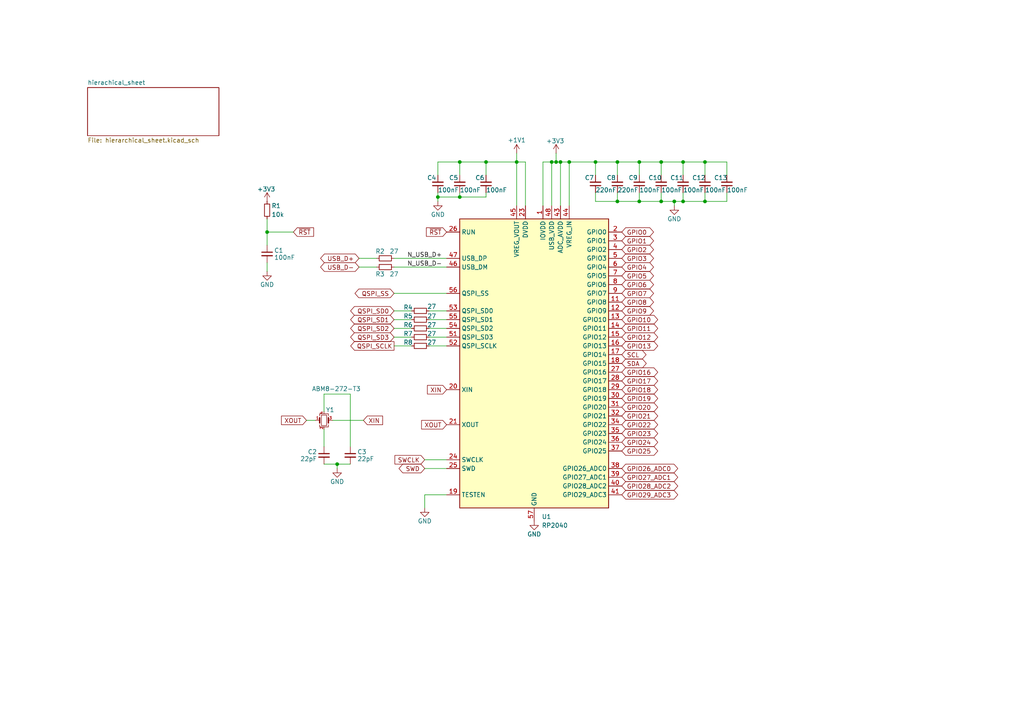
<source format=kicad_sch>
(kicad_sch (version 20231120) (generator "eeschema") (generator_version "8.0")
  (paper "A4")
  (title_block (title "RP2040 Development Board") (date "2024-11-20") (rev "1.0") (company "Pyae Sone Heine"))
  (lib_symbols
    (symbol "Device:C_Small" (pin_numbers hide) (pin_names (offset 0.254) hide)
      (property "Reference" "C" (at 0.254 1.778 0))
      (property "Value" "C_Small" (at 0.254 -2.032 0))
      (symbol "C_Small_0_1"
        (polyline (pts (xy -1.524 -0.508) (xy 1.524 -0.508)) (stroke (width 0.3302)))
        (polyline (pts (xy -1.524 0.508) (xy 1.524 0.508)) (stroke (width 0.3048)))
      )
      (symbol "C_Small_1_1"
        (pin passive line (at 0 2.54 270) (length 2.032) (name "~") (number "1"))
        (pin passive line (at 0 -2.54 90) (length 2.032) (name "~") (number "2"))
      )
    )
    (symbol "Device:Crystal_GND24_Small" (pin_names (offset 1.016) hide)
      (property "Reference" "Y" (at 1.27 4.445 0))
      (property "Value" "Crystal_GND24_Small" (at 1.27 2.54 0))
      (symbol "Crystal_GND24_Small_0_1"
        (rectangle (start -0.762 -1.524) (end 0.762 1.524))
        (polyline (pts (xy -1.27 -0.762) (xy -1.27 0.762)) (stroke (width 0.381)))
        (polyline (pts (xy 1.27 -0.762) (xy 1.27 0.762)) (stroke (width 0.381)))
        (polyline (pts (xy -1.27 -1.27) (xy -1.27 -1.905) (xy 1.27 -1.905) (xy 1.27 -1.27)))
        (polyline (pts (xy -1.27 1.27) (xy -1.27 1.905) (xy 1.27 1.905) (xy 1.27 1.27)))
      )
      (symbol "Crystal_GND24_Small_1_1"
        (pin passive line (at -2.54 0 0) (length 1.27) (name "1") (number "1"))
        (pin passive line (at 0 -2.54 90) (length 0.635) (name "2") (number "2"))
        (pin passive line (at 2.54 0 180) (length 1.27) (name "3") (number "3"))
        (pin passive line (at 0 2.54 270) (length 0.635) (name "4") (number "4"))
      )
    )
    (symbol "Device:R_Small" (pin_numbers hide) (pin_names (offset 0.254) hide)
      (property "Reference" "R" (at 0.762 0.508 0))
      (property "Value" "R_Small" (at 0.762 -1.016 0))
      (symbol "R_Small_0_1"
        (rectangle (start -0.762 1.778) (end 0.762 -1.778) (stroke (width 0.2032)))
      )
      (symbol "R_Small_1_1"
        (pin passive line (at 0 2.54 270) (length 0.762) (name "~") (number "1"))
        (pin passive line (at 0 -2.54 90) (length 0.762) (name "~") (number "2"))
      )
    )
    (symbol "MCU_RaspberryPi:RP2040"
      (property "Reference" "U" (at 17.78 45.72 0))
      (property "Value" "RP2040" (at 17.78 43.18 0))
      (symbol "RP2040_0_1"
        (rectangle (start -21.59 41.91) (end 21.59 -41.91) (stroke (width 0.254)) (fill (type background)))
      )
      (symbol "RP2040_1_1"
        (pin power_in line (at 2.54 45.72 270) (length 3.81) (name "IOVDD") (number "1"))
        (pin passive line (at 2.54 45.72 270) (length 3.81) hide (name "IOVDD") (number "10"))
        (pin bidirectional line (at 25.4 17.78 180) (length 3.81) (name "GPIO8") (number "11"))
        (pin bidirectional line (at 25.4 15.24 180) (length 3.81) (name "GPIO9") (number "12"))
        (pin bidirectional line (at 25.4 12.7 180) (length 3.81) (name "GPIO10") (number "13"))
        (pin bidirectional line (at 25.4 10.16 180) (length 3.81) (name "GPIO11") (number "14"))
        (pin bidirectional line (at 25.4 7.62 180) (length 3.81) (name "GPIO12") (number "15"))
        (pin bidirectional line (at 25.4 5.08 180) (length 3.81) (name "GPIO13") (number "16"))
        (pin bidirectional line (at 25.4 2.54 180) (length 3.81) (name "GPIO14") (number "17"))
        (pin bidirectional line (at 25.4 0 180) (length 3.81) (name "GPIO15") (number "18"))
        (pin input line (at -25.4 -38.1 0) (length 3.81) (name "TESTEN") (number "19"))
        (pin bidirectional line (at 25.4 38.1 180) (length 3.81) (name "GPIO0") (number "2"))
        (pin input line (at -25.4 -7.62 0) (length 3.81) (name "XIN") (number "20"))
        (pin passive line (at -25.4 -17.78 0) (length 3.81) (name "XOUT") (number "21"))
        (pin passive line (at 2.54 45.72 270) (length 3.81) hide (name "IOVDD") (number "22"))
        (pin power_in line (at -2.54 45.72 270) (length 3.81) (name "DVDD") (number "23"))
        (pin input line (at -25.4 -27.94 0) (length 3.81) (name "SWCLK") (number "24"))
        (pin bidirectional line (at -25.4 -30.48 0) (length 3.81) (name "SWD") (number "25"))
        (pin input line (at -25.4 38.1 0) (length 3.81) (name "RUN") (number "26"))
        (pin bidirectional line (at 25.4 -2.54 180) (length 3.81) (name "GPIO16") (number "27"))
        (pin bidirectional line (at 25.4 -5.08 180) (length 3.81) (name "GPIO17") (number "28"))
        (pin bidirectional line (at 25.4 -7.62 180) (length 3.81) (name "GPIO18") (number "29"))
        (pin bidirectional line (at 25.4 35.56 180) (length 3.81) (name "GPIO1") (number "3"))
        (pin bidirectional line (at 25.4 -10.16 180) (length 3.81) (name "GPIO19") (number "30"))
        (pin bidirectional line (at 25.4 -12.7 180) (length 3.81) (name "GPIO20") (number "31"))
        (pin bidirectional line (at 25.4 -15.24 180) (length 3.81) (name "GPIO21") (number "32"))
        (pin passive line (at 2.54 45.72 270) (length 3.81) hide (name "IOVDD") (number "33"))
        (pin bidirectional line (at 25.4 -17.78 180) (length 3.81) (name "GPIO22") (number "34"))
        (pin bidirectional line (at 25.4 -20.32 180) (length 3.81) (name "GPIO23") (number "35"))
        (pin bidirectional line (at 25.4 -22.86 180) (length 3.81) (name "GPIO24") (number "36"))
        (pin bidirectional line (at 25.4 -25.4 180) (length 3.81) (name "GPIO25") (number "37"))
        (pin bidirectional line (at 25.4 -30.48 180) (length 3.81) (name "GPIO26_ADC0") (number "38"))
        (pin bidirectional line (at 25.4 -33.02 180) (length 3.81) (name "GPIO27_ADC1") (number "39"))
        (pin bidirectional line (at 25.4 33.02 180) (length 3.81) (name "GPIO2") (number "4"))
        (pin bidirectional line (at 25.4 -35.56 180) (length 3.81) (name "GPIO28_ADC2") (number "40"))
        (pin bidirectional line (at 25.4 -38.1 180) (length 3.81) (name "GPIO29_ADC3") (number "41"))
        (pin passive line (at 2.54 45.72 270) (length 3.81) hide (name "IOVDD") (number "42"))
        (pin power_in line (at 7.62 45.72 270) (length 3.81) (name "ADC_AVDD") (number "43"))
        (pin power_in line (at 10.16 45.72 270) (length 3.81) (name "VREG_IN") (number "44"))
        (pin power_out line (at -5.08 45.72 270) (length 3.81) (name "VREG_VOUT") (number "45"))
        (pin bidirectional line (at -25.4 27.94 0) (length 3.81) (name "USB_DM") (number "46"))
        (pin bidirectional line (at -25.4 30.48 0) (length 3.81) (name "USB_DP") (number "47"))
        (pin power_in line (at 5.08 45.72 270) (length 3.81) (name "USB_VDD") (number "48"))
        (pin passive line (at 2.54 45.72 270) (length 3.81) hide (name "IOVDD") (number "49"))
        (pin bidirectional line (at 25.4 30.48 180) (length 3.81) (name "GPIO3") (number "5"))
        (pin passive line (at -2.54 45.72 270) (length 3.81) hide (name "DVDD") (number "50"))
        (pin bidirectional line (at -25.4 7.62 0) (length 3.81) (name "QSPI_SD3") (number "51"))
        (pin output line (at -25.4 5.08 0) (length 3.81) (name "QSPI_SCLK") (number "52"))
        (pin bidirectional line (at -25.4 15.24 0) (length 3.81) (name "QSPI_SD0") (number "53"))
        (pin bidirectional line (at -25.4 10.16 0) (length 3.81) (name "QSPI_SD2") (number "54"))
        (pin bidirectional line (at -25.4 12.7 0) (length 3.81) (name "QSPI_SD1") (number "55"))
        (pin bidirectional line (at -25.4 20.32 0) (length 3.81) (name "QSPI_SS") (number "56"))
        (pin power_in line (at 0 -45.72 90) (length 3.81) (name "GND") (number "57"))
        (pin bidirectional line (at 25.4 27.94 180) (length 3.81) (name "GPIO4") (number "6"))
        (pin bidirectional line (at 25.4 25.4 180) (length 3.81) (name "GPIO5") (number "7"))
        (pin bidirectional line (at 25.4 22.86 180) (length 3.81) (name "GPIO6") (number "8"))
        (pin bidirectional line (at 25.4 20.32 180) (length 3.81) (name "GPIO7") (number "9"))
      )
    )
    (symbol "power:+1V1" (power) (pin_numbers hide) (pin_names (offset 0) hide)
      (property "Value" "+1V1" (at 0 3.556 0))
      (symbol "+1V1_0_1"
        (polyline (pts (xy -0.762 1.27) (xy 0 2.54)))
        (polyline (pts (xy 0 0) (xy 0 2.54)))
        (polyline (pts (xy 0 2.54) (xy 0.762 1.27)))
      )
      (symbol "+1V1_1_1"
        (pin power_in line (at 0 0 90) (length 0) (name "~") (number "1"))
      )
    )
    (symbol "power:+3V3" (power) (pin_numbers hide) (pin_names (offset 0) hide)
      (property "Value" "+3V3" (at 0 3.556 0))
      (symbol "+3V3_0_1"
        (polyline (pts (xy -0.762 1.27) (xy 0 2.54)))
        (polyline (pts (xy 0 0) (xy 0 2.54)))
        (polyline (pts (xy 0 2.54) (xy 0.762 1.27)))
      )
      (symbol "+3V3_1_1"
        (pin power_in line (at 0 0 90) (length 0) (name "~") (number "1"))
      )
    )
    (symbol "power:GND" (power) (pin_numbers hide) (pin_names (offset 0) hide)
      (property "Value" "GND" (at 0 -3.81 0))
      (symbol "GND_0_1"
        (polyline (pts (xy 0 0) (xy 0 -1.27) (xy 1.27 -1.27) (xy 0 -2.54) (xy -1.27 -1.27) (xy 0 -1.27)))
      )
      (symbol "GND_1_1"
        (pin power_in line (at 0 0 270) (length 0) (name "~") (number "1"))
      )
    )
  )
  (junction (at 195.58 58.42))
  (junction (at 185.42 46.99))
  (junction (at 149.86 46.99))
  (junction (at 133.35 46.99))
  (junction (at 198.12 46.99))
  (junction (at 77.47 67.31))
  (junction (at 172.72 46.99))
  (junction (at 179.07 58.42))
  (junction (at 204.47 58.42))
  (junction (at 204.47 46.99))
  (junction (at 161.29 46.99))
  (junction (at 162.56 46.99))
  (junction (at 185.42 58.42))
  (junction (at 191.77 58.42))
  (junction (at 160.02 46.99))
  (junction (at 165.1 46.99))
  (junction (at 191.77 46.99))
  (junction (at 133.35 57.15))
  (junction (at 140.97 46.99))
  (junction (at 127 57.15))
  (junction (at 198.12 58.42))
  (junction (at 97.79 134.62))
  (junction (at 179.07 46.99))
  (wire (pts (xy 204.47 55.88) (xy 204.47 58.42)))
  (wire (pts (xy 101.6 114.3) (xy 101.6 129.54)))
  (wire (pts (xy 179.07 46.99) (xy 179.07 50.8)))
  (wire (pts (xy 160.02 46.99) (xy 161.29 46.99)))
  (wire (pts (xy 140.97 55.88) (xy 140.97 57.15)))
  (wire (pts (xy 140.97 46.99) (xy 140.97 50.8)))
  (wire (pts (xy 157.48 46.99) (xy 157.48 59.69)))
  (wire (pts (xy 210.82 55.88) (xy 210.82 58.42)))
  (wire (pts (xy 210.82 46.99) (xy 210.82 50.8)))
  (wire (pts (xy 127 58.42) (xy 127 57.15)))
  (wire (pts (xy 149.86 44.45) (xy 149.86 46.99)))
  (wire (pts (xy 191.77 46.99) (xy 198.12 46.99)))
  (wire (pts (xy 133.35 46.99) (xy 133.35 50.8)))
  (wire (pts (xy 88.9 121.92) (xy 91.44 121.92)))
  (wire (pts (xy 160.02 46.99) (xy 160.02 59.69)))
  (wire (pts (xy 123.19 133.35) (xy 129.54 133.35)))
  (wire (pts (xy 191.77 58.42) (xy 195.58 58.42)))
  (wire (pts (xy 140.97 46.99) (xy 149.86 46.99)))
  (wire (pts (xy 127 46.99) (xy 127 50.8)))
  (wire (pts (xy 172.72 46.99) (xy 172.72 50.8)))
  (wire (pts (xy 179.07 55.88) (xy 179.07 58.42)))
  (wire (pts (xy 162.56 46.99) (xy 162.56 59.69)))
  (wire (pts (xy 198.12 46.99) (xy 204.47 46.99)))
  (wire (pts (xy 114.3 85.09) (xy 129.54 85.09)))
  (wire (pts (xy 172.72 58.42) (xy 179.07 58.42)))
  (wire (pts (xy 114.3 95.25) (xy 119.38 95.25)))
  (wire (pts (xy 185.42 58.42) (xy 191.77 58.42)))
  (wire (pts (xy 114.3 77.47) (xy 129.54 77.47)))
  (wire (pts (xy 198.12 46.99) (xy 198.12 50.8)))
  (wire (pts (xy 204.47 46.99) (xy 210.82 46.99)))
  (wire (pts (xy 77.47 67.31) (xy 77.47 71.12)))
  (wire (pts (xy 77.47 67.31) (xy 85.09 67.31)))
  (wire (pts (xy 161.29 44.45) (xy 161.29 46.99)))
  (wire (pts (xy 123.19 143.51) (xy 123.19 147.32)))
  (wire (pts (xy 133.35 46.99) (xy 140.97 46.99)))
  (wire (pts (xy 157.48 46.99) (xy 160.02 46.99)))
  (wire (pts (xy 124.46 100.33) (xy 129.54 100.33)))
  (wire (pts (xy 114.3 100.33) (xy 119.38 100.33)))
  (wire (pts (xy 97.79 134.62) (xy 97.79 135.89)))
  (wire (pts (xy 149.86 46.99) (xy 152.4 46.99)))
  (wire (pts (xy 198.12 58.42) (xy 204.47 58.42)))
  (wire (pts (xy 93.98 114.3) (xy 101.6 114.3)))
  (wire (pts (xy 77.47 76.2) (xy 77.47 78.74)))
  (wire (pts (xy 114.3 74.93) (xy 129.54 74.93)))
  (wire (pts (xy 104.14 77.47) (xy 109.22 77.47)))
  (wire (pts (xy 129.54 143.51) (xy 123.19 143.51)))
  (wire (pts (xy 165.1 46.99) (xy 165.1 59.69)))
  (wire (pts (xy 133.35 55.88) (xy 133.35 57.15)))
  (wire (pts (xy 104.14 74.93) (xy 109.22 74.93)))
  (wire (pts (xy 198.12 55.88) (xy 198.12 58.42)))
  (wire (pts (xy 195.58 58.42) (xy 198.12 58.42)))
  (wire (pts (xy 133.35 57.15) (xy 127 57.15)))
  (wire (pts (xy 165.1 46.99) (xy 172.72 46.99)))
  (wire (pts (xy 93.98 114.3) (xy 93.98 119.38)))
  (wire (pts (xy 124.46 97.79) (xy 129.54 97.79)))
  (wire (pts (xy 172.72 46.99) (xy 179.07 46.99)))
  (wire (pts (xy 195.58 59.69) (xy 195.58 58.42)))
  (wire (pts (xy 77.47 63.5) (xy 77.47 67.31)))
  (wire (pts (xy 114.3 97.79) (xy 119.38 97.79)))
  (wire (pts (xy 179.07 46.99) (xy 185.42 46.99)))
  (wire (pts (xy 179.07 58.42) (xy 185.42 58.42)))
  (wire (pts (xy 191.77 46.99) (xy 191.77 50.8)))
  (wire (pts (xy 185.42 46.99) (xy 185.42 50.8)))
  (wire (pts (xy 161.29 46.99) (xy 162.56 46.99)))
  (wire (pts (xy 124.46 90.17) (xy 129.54 90.17)))
  (wire (pts (xy 204.47 46.99) (xy 204.47 50.8)))
  (wire (pts (xy 185.42 46.99) (xy 191.77 46.99)))
  (wire (pts (xy 114.3 90.17) (xy 119.38 90.17)))
  (wire (pts (xy 152.4 46.99) (xy 152.4 59.69)))
  (wire (pts (xy 204.47 58.42) (xy 210.82 58.42)))
  (wire (pts (xy 93.98 134.62) (xy 97.79 134.62)))
  (wire (pts (xy 114.3 92.71) (xy 119.38 92.71)))
  (wire (pts (xy 96.52 121.92) (xy 105.41 121.92)))
  (wire (pts (xy 149.86 46.99) (xy 149.86 59.69)))
  (wire (pts (xy 124.46 95.25) (xy 129.54 95.25)))
  (wire (pts (xy 133.35 46.99) (xy 127 46.99)))
  (wire (pts (xy 191.77 55.88) (xy 191.77 58.42)))
  (wire (pts (xy 93.98 124.46) (xy 93.98 129.54)))
  (wire (pts (xy 127 57.15) (xy 127 55.88)))
  (wire (pts (xy 162.56 46.99) (xy 165.1 46.99)))
  (wire (pts (xy 124.46 92.71) (xy 129.54 92.71)))
  (wire (pts (xy 101.6 134.62) (xy 97.79 134.62)))
  (wire (pts (xy 172.72 55.88) (xy 172.72 58.42)))
  (wire (pts (xy 123.19 135.89) (xy 129.54 135.89)))
  (wire (pts (xy 133.35 57.15) (xy 140.97 57.15)))
  (wire (pts (xy 185.42 55.88) (xy 185.42 58.42)))
  (label "N_USB_D-" (at 118.11 77.47 0))
  (label "N_USB_D+" (at 118.11 74.93 0))
  (global_label "GPIO29_ADC3" (shape bidirectional) (at 180.34 143.51 0) (property "Intersheetrefs" "${INTERSHEET_REFS}" (effects (hide yes))))
  (global_label "GPIO13" (shape bidirectional) (at 180.34 100.33 0) (property "Intersheetrefs" "${INTERSHEET_REFS}" (effects (hide yes))))
  (global_label "GPIO4" (shape bidirectional) (at 180.34 77.47 0) (property "Intersheetrefs" "${INTERSHEET_REFS}" (effects (hide yes))))
  (global_label "GPIO0" (shape bidirectional) (at 180.34 67.31 0) (property "Intersheetrefs" "${INTERSHEET_REFS}" (effects (hide yes))))
  (global_label "XIN" (shape input) (at 129.54 113.03 180) (property "Intersheetrefs" "${INTERSHEET_REFS}" (effects (hide yes))))
  (global_label "GPIO3" (shape bidirectional) (at 180.34 74.93 0) (property "Intersheetrefs" "${INTERSHEET_REFS}" (effects (hide yes))))
  (global_label "QSPI_SD1" (shape bidirectional) (at 114.3 92.71 180) (property "Intersheetrefs" "${INTERSHEET_REFS}" (effects (hide yes))))
  (global_label "GPIO17" (shape bidirectional) (at 180.34 110.49 0) (property "Intersheetrefs" "${INTERSHEET_REFS}" (effects (hide yes))))
  (global_label "GPIO7" (shape bidirectional) (at 180.34 85.09 0) (property "Intersheetrefs" "${INTERSHEET_REFS}" (effects (hide yes))))
  (global_label "GPIO22" (shape bidirectional) (at 180.34 123.19 0) (property "Intersheetrefs" "${INTERSHEET_REFS}" (effects (hide yes))))
  (global_label "QSPI_SD3" (shape bidirectional) (at 114.3 97.79 180) (property "Intersheetrefs" "${INTERSHEET_REFS}" (effects (hide yes))))
  (global_label "XOUT" (shape input) (at 88.9 121.92 180) (property "Intersheetrefs" "${INTERSHEET_REFS}" (effects (hide yes))))
  (global_label "GPIO16" (shape bidirectional) (at 180.34 107.95 0) (property "Intersheetrefs" "${INTERSHEET_REFS}" (effects (hide yes))))
  (global_label "GPIO25" (shape bidirectional) (at 180.34 130.81 0) (property "Intersheetrefs" "${INTERSHEET_REFS}" (effects (hide yes))))
  (global_label "GPIO28_ADC2" (shape bidirectional) (at 180.34 140.97 0) (property "Intersheetrefs" "${INTERSHEET_REFS}" (effects (hide yes))))
  (global_label "~{RST}" (shape input) (at 129.54 67.31 180) (property "Intersheetrefs" "${INTERSHEET_REFS}" (effects (hide yes))))
  (global_label "GPIO5" (shape bidirectional) (at 180.34 80.01 0) (property "Intersheetrefs" "${INTERSHEET_REFS}" (effects (hide yes))))
  (global_label "USB_D-" (shape bidirectional) (at 104.14 77.47 180) (property "Intersheetrefs" "${INTERSHEET_REFS}" (effects (hide yes))))
  (global_label "QSPI_SD2" (shape bidirectional) (at 114.3 95.25 180) (property "Intersheetrefs" "${INTERSHEET_REFS}" (effects (hide yes))))
  (global_label "GPIO9" (shape bidirectional) (at 180.34 90.17 0) (property "Intersheetrefs" "${INTERSHEET_REFS}" (effects (hide yes))))
  (global_label "GPIO21" (shape bidirectional) (at 180.34 120.65 0) (property "Intersheetrefs" "${INTERSHEET_REFS}" (effects (hide yes))))
  (global_label "QSPI_SS" (shape bidirectional) (at 114.3 85.09 180) (property "Intersheetrefs" "${INTERSHEET_REFS}" (effects (hide yes))))
  (global_label "SWD" (shape bidirectional) (at 123.19 135.89 180) (property "Intersheetrefs" "${INTERSHEET_REFS}" (effects (hide yes))))
  (global_label "GPIO11" (shape bidirectional) (at 180.34 95.25 0) (property "Intersheetrefs" "${INTERSHEET_REFS}" (effects (hide yes))))
  (global_label "GPIO6" (shape bidirectional) (at 180.34 82.55 0) (property "Intersheetrefs" "${INTERSHEET_REFS}" (effects (hide yes))))
  (global_label "~{RST}" (shape input) (at 85.09 67.31 0) (property "Intersheetrefs" "${INTERSHEET_REFS}" (effects (hide yes))))
  (global_label "GPIO1" (shape bidirectional) (at 180.34 69.85 0) (property "Intersheetrefs" "${INTERSHEET_REFS}" (effects (hide yes))))
  (global_label "XOUT" (shape input) (at 129.54 123.19 180) (property "Intersheetrefs" "${INTERSHEET_REFS}" (effects (hide yes))))
  (global_label "QSPI_SCLK" (shape output) (at 114.3 100.33 180) (property "Intersheetrefs" "${INTERSHEET_REFS}" (effects (hide yes))))
  (global_label "GPIO27_ADC1" (shape bidirectional) (at 180.34 138.43 0) (property "Intersheetrefs" "${INTERSHEET_REFS}" (effects (hide yes))))
  (global_label "GPIO18" (shape bidirectional) (at 180.34 113.03 0) (property "Intersheetrefs" "${INTERSHEET_REFS}" (effects (hide yes))))
  (global_label "GPIO2" (shape bidirectional) (at 180.34 72.39 0) (property "Intersheetrefs" "${INTERSHEET_REFS}" (effects (hide yes))))
  (global_label "SDA" (shape bidirectional) (at 180.34 105.41 0) (property "Intersheetrefs" "${INTERSHEET_REFS}" (effects (hide yes))))
  (global_label "GPIO10" (shape bidirectional) (at 180.34 92.71 0) (property "Intersheetrefs" "${INTERSHEET_REFS}" (effects (hide yes))))
  (global_label "GPIO19" (shape bidirectional) (at 180.34 115.57 0) (property "Intersheetrefs" "${INTERSHEET_REFS}" (effects (hide yes))))
  (global_label "SCL" (shape bidirectional) (at 180.34 102.87 0) (property "Intersheetrefs" "${INTERSHEET_REFS}" (effects (hide yes))))
  (global_label "GPIO12" (shape bidirectional) (at 180.34 97.79 0) (property "Intersheetrefs" "${INTERSHEET_REFS}" (effects (hide yes))))
  (global_label "GPIO8" (shape bidirectional) (at 180.34 87.63 0) (property "Intersheetrefs" "${INTERSHEET_REFS}" (effects (hide yes))))
  (global_label "QSPI_SD0" (shape bidirectional) (at 114.3 90.17 180) (property "Intersheetrefs" "${INTERSHEET_REFS}" (effects (hide yes))))
  (global_label "XIN" (shape input) (at 105.41 121.92 0) (property "Intersheetrefs" "${INTERSHEET_REFS}" (effects (hide yes))))
  (global_label "GPIO23" (shape bidirectional) (at 180.34 125.73 0) (property "Intersheetrefs" "${INTERSHEET_REFS}" (effects (hide yes))))
  (global_label "GPIO20" (shape bidirectional) (at 180.34 118.11 0) (property "Intersheetrefs" "${INTERSHEET_REFS}" (effects (hide yes))))
  (global_label "GPIO24" (shape bidirectional) (at 180.34 128.27 0) (property "Intersheetrefs" "${INTERSHEET_REFS}" (effects (hide yes))))
  (global_label "USB_D+" (shape bidirectional) (at 104.14 74.93 180) (property "Intersheetrefs" "${INTERSHEET_REFS}" (effects (hide yes))))
  (global_label "SWCLK" (shape input) (at 123.19 133.35 180) (property "Intersheetrefs" "${INTERSHEET_REFS}" (effects (hide yes))))
  (global_label "GPIO26_ADC0" (shape bidirectional) (at 180.34 135.89 0) (property "Intersheetrefs" "${INTERSHEET_REFS}" (effects (hide yes))))
  (symbol (lib_id "MCU_RaspberryPi:RP2040") (at 154.94 105.41 0) (unit 1)
    (property "Reference" "U1" (at 157.1341 149.86 0) (effects (justify left)))
    (property "Value" "RP2040" (at 157.1341 152.4 0) (effects (justify left)))
    (property "Footprint" "Package_DFN_QFN:QFN-56-1EP_7x7mm_P0.4mm_EP4x4mm" (effects (hide yes)))
    (property "Datasheet" "https://datasheets.raspberrypi.com/rp2040/rp2040-datasheet.pdf" (effects (hide yes)))
    (property "Description" "A microcontroller by Raspberry Pi" (effects (hide yes)))
  )
  (symbol (lib_id "power:+1V1") (at 149.86 44.45 0) (unit 1)
    (property "Reference" "#PWR06" (effects (hide yes)))
    (property "Value" "+1V1" (at 149.86 40.64 0))
    (property "Description" "Power symbol creates a global label with name \"+1V1\"" (effects (hide yes)))
  )
  (symbol (lib_id "Device:C_Small") (at 198.12 53.34 180) (unit 1)
    (property "Reference" "C11" (at 196.342 51.562 0))
    (property "Value" "100nF" (at 201.168 55.118 0))
    (property "Footprint" "Capacitor_SMD:C_0402_1005Metric" (effects (hide yes)))
    (property "Description" "Unpolarized capacitor, small symbol" (effects (hide yes)))
  )
  (symbol (lib_id "Device:C_Small") (at 133.35 53.34 180) (unit 1)
    (property "Reference" "C5" (at 131.572 51.562 0))
    (property "Value" "100nF" (at 136.398 55.118 0))
    (property "Footprint" "Capacitor_SMD:C_0402_1005Metric" (effects (hide yes)))
    (property "Description" "Unpolarized capacitor, small symbol" (effects (hide yes)))
  )
  (symbol (lib_id "Device:C_Small") (at 172.72 53.34 180) (unit 1)
    (property "Reference" "C7" (at 170.942 51.562 0))
    (property "Value" "220nF" (at 175.768 55.118 0))
    (property "Footprint" "Capacitor_SMD:C_0402_1005Metric" (effects (hide yes)))
    (property "Description" "Unpolarized capacitor, small symbol" (effects (hide yes)))
  )
  (symbol (lib_id "Device:R_Small") (at 121.92 100.33 90) (unit 1)
    (property "Reference" "R8" (at 118.364 99.314 90))
    (property "Value" "27" (at 125.222 99.314 90))
    (property "Footprint" "Resistor_SMD:R_0402_1005Metric" (effects (hide yes)))
    (property "Description" "Resistor, small symbol" (effects (hide yes)))
  )
  (symbol (lib_id "power:GND") (at 77.47 78.74 0) (unit 1)
    (property "Reference" "#PWR02" (effects (hide yes)))
    (property "Value" "GND" (at 77.47 82.55 0))
    (property "Description" "Power symbol creates a global label with name \"GND\" , ground" (effects (hide yes)))
  )
  (symbol (lib_id "power:+3V3") (at 77.47 58.42 0) (unit 1)
    (property "Reference" "#PWR01" (effects (hide yes)))
    (property "Value" "+3V3" (at 77.216 54.864 0))
    (property "Description" "Power symbol creates a global label with name \"+3V3\"" (effects (hide yes)))
  )
  (symbol (lib_id "Device:C_Small") (at 185.42 53.34 180) (unit 1)
    (property "Reference" "C9" (at 183.642 51.562 0))
    (property "Value" "100nF" (at 188.468 55.118 0))
    (property "Footprint" "Capacitor_SMD:C_0402_1005Metric" (effects (hide yes)))
    (property "Description" "Unpolarized capacitor, small symbol" (effects (hide yes)))
  )
  (symbol (lib_id "power:GND") (at 123.19 147.32 0) (unit 1)
    (property "Reference" "#PWR04" (effects (hide yes)))
    (property "Value" "GND" (at 123.19 151.13 0))
    (property "Description" "Power symbol creates a global label with name \"GND\" , ground" (effects (hide yes)))
  )
  (symbol (lib_id "Device:C_Small") (at 179.07 53.34 180) (unit 1)
    (property "Reference" "C8" (at 177.292 51.562 0))
    (property "Value" "220nF" (at 182.118 55.118 0))
    (property "Footprint" "Capacitor_SMD:C_0402_1005Metric" (effects (hide yes)))
    (property "Description" "Unpolarized capacitor, small symbol" (effects (hide yes)))
  )
  (symbol (lib_id "Device:R_Small") (at 121.92 97.79 90) (unit 1)
    (property "Reference" "R7" (at 118.364 96.774 90))
    (property "Value" "27" (at 125.222 96.774 90))
    (property "Footprint" "Resistor_SMD:R_0402_1005Metric" (effects (hide yes)))
    (property "Description" "Resistor, small symbol" (effects (hide yes)))
  )
  (symbol (lib_id "power:GND") (at 195.58 59.69 0) (unit 1)
    (property "Reference" "#PWR09" (effects (hide yes)))
    (property "Value" "GND" (at 195.58 63.5 0))
    (property "Description" "Power symbol creates a global label with name \"GND\" , ground" (effects (hide yes)))
  )
  (symbol (lib_id "Device:C_Small") (at 191.77 53.34 180) (unit 1)
    (property "Reference" "C10" (at 189.992 51.562 0))
    (property "Value" "100nF" (at 194.818 55.118 0))
    (property "Footprint" "Capacitor_SMD:C_0402_1005Metric" (effects (hide yes)))
    (property "Description" "Unpolarized capacitor, small symbol" (effects (hide yes)))
  )
  (symbol (lib_id "Device:C_Small") (at 101.6 132.08 0) (unit 1)
    (property "Reference" "C3" (at 103.632 131.064 0) (effects (justify left)))
    (property "Value" "22pF" (at 103.632 133.096 0) (effects (justify left)))
    (property "Footprint" "Capacitor_SMD:C_0402_1005Metric" (effects (hide yes)))
    (property "Description" "Unpolarized capacitor, small symbol" (effects (hide yes)))
  )
  (symbol (lib_id "Device:C_Small") (at 210.82 53.34 180) (unit 1)
    (property "Reference" "C13" (at 209.042 51.562 0))
    (property "Value" "100nF" (at 213.868 55.118 0))
    (property "Footprint" "Capacitor_SMD:C_0402_1005Metric" (effects (hide yes)))
    (property "Description" "Unpolarized capacitor, small symbol" (effects (hide yes)))
  )
  (symbol (lib_id "Device:C_Small") (at 204.47 53.34 180) (unit 1)
    (property "Reference" "C12" (at 202.692 51.562 0))
    (property "Value" "100nF" (at 207.518 55.118 0))
    (property "Footprint" "Capacitor_SMD:C_0402_1005Metric" (effects (hide yes)))
    (property "Description" "Unpolarized capacitor, small symbol" (effects (hide yes)))
  )
  (symbol (lib_id "Device:C_Small") (at 127 53.34 180) (unit 1)
    (property "Reference" "C4" (at 125.222 51.562 0))
    (property "Value" "100nF" (at 130.048 55.118 0))
    (property "Footprint" "Capacitor_SMD:C_0402_1005Metric" (effects (hide yes)))
    (property "Description" "Unpolarized capacitor, small symbol" (effects (hide yes)))
  )
  (symbol (lib_id "Device:R_Small") (at 111.76 77.47 90) (mirror x) (unit 1)
    (property "Reference" "R3" (at 110.236 79.502 90))
    (property "Value" "27" (at 114.3 79.502 90))
    (property "Footprint" "Resistor_SMD:R_0402_1005Metric" (effects (hide yes)))
    (property "Description" "Resistor, small symbol" (effects (hide yes)))
  )
  (symbol (lib_id "Device:R_Small") (at 77.47 60.96 0) (unit 1)
    (property "Reference" "R1" (at 78.74 59.69 0) (effects (justify left)))
    (property "Value" "10k" (at 78.74 62.23 0) (effects (justify left)))
    (property "Footprint" "Resistor_SMD:R_0402_1005Metric" (effects (hide yes)))
    (property "Description" "Resistor, small symbol" (effects (hide yes)))
  )
  (symbol (lib_id "power:+3V3") (at 161.29 44.45 0) (unit 1)
    (property "Reference" "#PWR08" (effects (hide yes)))
    (property "Value" "+3V3" (at 161.036 40.894 0))
    (property "Description" "Power symbol creates a global label with name \"+3V3\"" (effects (hide yes)))
  )
  (symbol (lib_id "Device:R_Small") (at 121.92 95.25 90) (unit 1)
    (property "Reference" "R6" (at 118.364 94.234 90))
    (property "Value" "27" (at 125.222 94.234 90))
    (property "Footprint" "Resistor_SMD:R_0402_1005Metric" (effects (hide yes)))
    (property "Description" "Resistor, small symbol" (effects (hide yes)))
  )
  (symbol (lib_id "Device:C_Small") (at 77.47 73.66 0) (unit 1)
    (property "Reference" "C1" (at 79.502 72.644 0) (effects (justify left)))
    (property "Value" "100nF" (at 79.502 74.676 0) (effects (justify left)))
    (property "Footprint" "Capacitor_SMD:C_0402_1005Metric" (effects (hide yes)))
    (property "Description" "Unpolarized capacitor, small symbol" (effects (hide yes)))
  )
  (symbol (lib_id "Device:C_Small") (at 140.97 53.34 180) (unit 1)
    (property "Reference" "C6" (at 139.192 51.562 0))
    (property "Value" "100nF" (at 144.018 55.118 0))
    (property "Footprint" "Capacitor_SMD:C_0402_1005Metric" (effects (hide yes)))
    (property "Description" "Unpolarized capacitor, small symbol" (effects (hide yes)))
  )
  (symbol (lib_id "Device:C_Small") (at 93.98 132.08 0) (mirror y) (unit 1)
    (property "Reference" "C2" (at 91.948 131.064 0) (effects (justify left)))
    (property "Value" "22pF" (at 91.948 133.096 0) (effects (justify left)))
    (property "Footprint" "Capacitor_SMD:C_0402_1005Metric" (effects (hide yes)))
    (property "Description" "Unpolarized capacitor, small symbol" (effects (hide yes)))
  )
  (symbol (lib_id "Device:R_Small") (at 121.92 92.71 90) (unit 1)
    (property "Reference" "R5" (at 118.364 91.694 90))
    (property "Value" "27" (at 125.222 91.694 90))
    (property "Footprint" "Resistor_SMD:R_0402_1005Metric" (effects (hide yes)))
    (property "Description" "Resistor, small symbol" (effects (hide yes)))
  )
  (symbol (lib_id "power:GND") (at 154.94 151.13 0) (unit 1)
    (property "Reference" "#PWR07" (effects (hide yes)))
    (property "Value" "GND" (at 154.94 154.94 0))
    (property "Description" "Power symbol creates a global label with name \"GND\" , ground" (effects (hide yes)))
  )
  (symbol (lib_id "Device:R_Small") (at 111.76 74.93 90) (unit 1)
    (property "Reference" "R2" (at 110.236 72.898 90))
    (property "Value" "27" (at 114.3 72.898 90))
    (property "Footprint" "Resistor_SMD:R_0402_1005Metric" (effects (hide yes)))
    (property "Description" "Resistor, small symbol" (effects (hide yes)))
  )
  (symbol (lib_id "Device:R_Small") (at 121.92 90.17 90) (unit 1)
    (property "Reference" "R4" (at 118.364 89.154 90))
    (property "Value" "27" (at 125.222 88.9 90))
    (property "Footprint" "Resistor_SMD:R_0402_1005Metric" (effects (hide yes)))
    (property "Description" "Resistor, small symbol" (effects (hide yes)))
  )
  (symbol (lib_id "Device:Crystal_GND24_Small") (at 93.98 121.92 0) (unit 1)
    (property "Reference" "Y1" (at 95.758 118.872 0))
    (property "Value" "ABM8-272-T3" (at 97.536 112.776 0))
    (property "Footprint" "Crystal:Crystal_SMD_Abracon_ABM8G-4Pin_3.2x2.5mm" (effects (hide yes)))
    (property "Description" "Four pin crystal, GND on pins 2 and 4, small symbol" (effects (hide yes)))
  )
  (symbol (lib_id "power:GND") (at 97.79 135.89 0) (unit 1)
    (property "Reference" "#PWR03" (effects (hide yes)))
    (property "Value" "GND" (at 97.79 139.7 0))
    (property "Description" "Power symbol creates a global label with name \"GND\" , ground" (effects (hide yes)))
  )
  (symbol (lib_id "power:GND") (at 127 58.42 0) (unit 1)
    (property "Reference" "#PWR05" (effects (hide yes)))
    (property "Value" "GND" (at 127 62.23 0))
    (property "Description" "Power symbol creates a global label with name \"GND\" , ground" (effects (hide yes)))
  )
  (sheet (at 25.4 25.4) (size 38.1 13.97) (stroke (width 0.1524))
    (property "Sheetname" "hierachical_sheet" (at 25.4 24.6884 0) (effects (justify left bottom)))
    (property "Sheetfile" "hierarchical_sheet.kicad_sch" (at 25.4 39.9546 0) (effects (justify left top)))
  )
)
</source>
